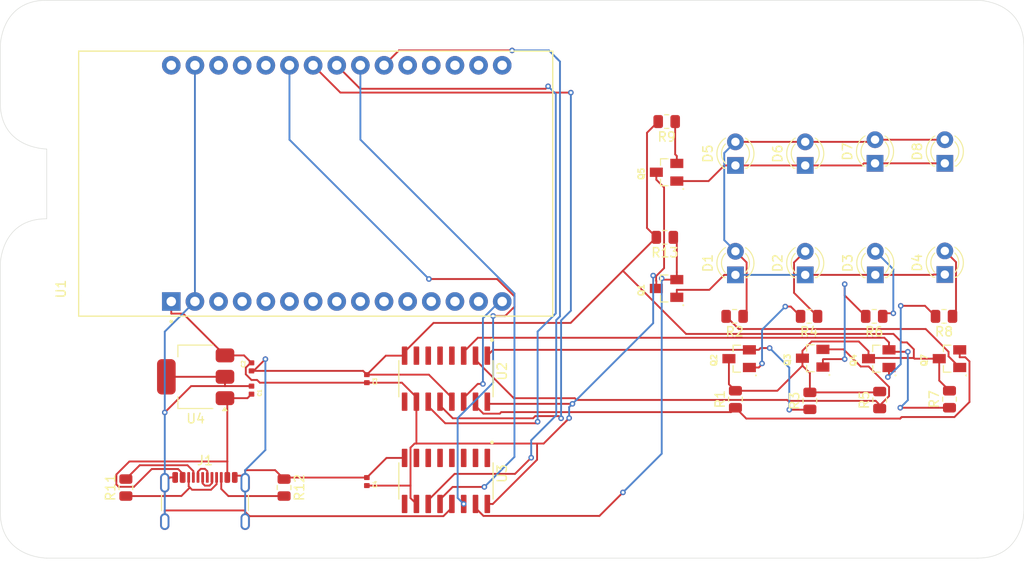
<source format=kicad_pcb>
(kicad_pcb (version 20241229) (generator "pcbnew") (generator_version "9.0")
  (layers (0 "F.Cu" signal) (2 "B.Cu" signal) (13 "F.Paste" user) (15 "B.Paste" user) (5 "F.SilkS" user "F.Silkscreen") (7 "B.SilkS" user "B.Silkscreen") (1 "F.Mask" user) (3 "B.Mask" user) (25 "Edge.Cuts" user))
  (net 0 "")
  (net 1 "+5V")
  (net 2 "GND")
  (net 3 "+3.3V")
  (net 4 "/N1")
  (net 5 "/N2")
  (net 6 "Net-(D2-A)")
  (net 7 "Net-(D3-A)")
  (net 8 "Net-(D4-A)")
  (net 9 "/N3")
  (net 10 "Net-(J1-D--PadA7)")
  (net 11 "Net-(J1-D+-PadA6)")
  (net 12 "Net-(J1-CC1)")
  (net 13 "Net-(J1-CC2)")
  (net 14 "/QA-2")
  (net 15 "/QB-1")
  (net 16 "Net-(Q2-D)")
  (net 17 "/QC-1")
  (net 18 "Net-(Q3-D)")
  (net 19 "Net-(Q4-D)")
  (net 20 "/QD-1")
  (net 21 "/QB-2")
  (net 22 "Net-(Q7-D)")
  (net 23 "/QA-1")
  (net 24 "/DS-2")
  (net 27 "/DS-1")
  (net 29 "/SRCLK-2")
  (net 36 "/RCLK-2")
  (net 37 "/RCLK-1")
  (net 40 "/SRCLK-1")
  (footprint "LED_THT:LED_D3.0mm" (layer "F.Cu") (at 191.5 94.5 90)
    (property "Reference" "D4")
    (property "Value" "LED")
  )
  (footprint "My-Custom-Footprints:SOT95P240X120-3N" (layer "F.Cu") (at 161.6 96 90)
    (property "Reference" "Q1")
    (property "Value" "PMOS")
  )
  (footprint "My-Custom-Footprints:SOT95P240X120-3N" (layer "F.Cu") (at 192 103.55 90)
    (property "Reference" "Q7")
    (property "Value" "PMOS")
  )
  (footprint "Resistor_SMD:R_0805_2012Metric" (layer "F.Cu") (at 191.4125 99 180)
    (property "Reference" "R8")
    (property "Value" "1.818")
  )
  (footprint "Resistor_SMD:R_0805_2012Metric" (layer "F.Cu") (at 177 108.0875 90)
    (property "Reference" "R3")
    (property "Value" "10k")
  )
  (footprint "My-Custom-Footprints:SOIC127P600X175-16N" (layer "F.Cu") (at 137.895 105.7 -90)
    (property "Reference" "U2")
    (property "Value" "74HC595")
  )
  (footprint "Resistor_SMD:R_0805_2012Metric" (layer "F.Cu") (at 168.9125 99 180)
    (property "Reference" "R2")
    (property "Value" "1.818")
  )
  (footprint "Package_TO_SOT_SMD:SOT-223-3_TabPin2" (layer "F.Cu") (at 111 105.5 180)
    (property "Reference" "U4")
    (property "Value" "MCP1703Ax-330xxDB")
  )
  (footprint "My-Custom-Footprints:MODULE_ESP32_DEVKIT_V1" (layer "F.Cu") (at 123.895 84.7 90)
    (property "Reference" "U1")
    (property "Value" "ESP32-DEVKIT-V1")
  )
  (footprint "My-Custom-Footprints:CAPC1005X55N" (layer "F.Cu") (at 129.395 105.7 -90)
    (property "Reference" "C3")
    (property "Value" "CL05A104KA5NNNC")
  )
  (footprint "Resistor_SMD:R_0805_2012Metric" (layer "F.Cu") (at 103.5 117.4125 90)
    (property "Reference" "R11")
    (property "Value" "5.1k")
  )
  (footprint "My-Custom-Footprints:CAPC1005X55N" (layer "F.Cu") (at 129.395 116.768 -90)
    (property "Reference" "C4")
    (property "Value" "CL05A104KA5NNNC")
  )
  (footprint "LED_THT:LED_D3.0mm" (layer "F.Cu") (at 169 94.54 90)
    (property "Reference" "D1")
    (property "Value" "LED")
  )
  (footprint "Connector_USB:USB_C_Receptacle_GCT_USB4105-xx-A_16P_TopMnt_Horizontal" (layer "F.Cu") (at 112 120)
    (property "Reference" "J1")
    (property "Value" "USB_C_Receptacle_USB2.0_16P")
  )
  (footprint "Resistor_SMD:R_0805_2012Metric" (layer "F.Cu") (at 192 107.9125 90)
    (property "Reference" "R7")
    (property "Value" "10k")
  )
  (footprint "Resistor_SMD:R_0805_2012Metric" (layer "F.Cu") (at 120.5 117.4125 -90)
    (property "Reference" "R12")
    (property "Value" "5.1k")
  )
  (footprint "LED_THT:LED_D3.0mm" (layer "F.Cu") (at 176.5 94.54 90)
    (property "Reference" "D2")
    (property "Value" "LED")
  )
  (footprint "Resistor_SMD:R_0805_2012Metric" (layer "F.Cu") (at 176.9125 99 180)
    (property "Reference" "R4")
    (property "Value" "1.818")
  )
  (footprint "Resistor_SMD:R_0805_2012Metric" (layer "F.Cu") (at 161.6125 78.05 180)
    (property "Reference" "R9")
    (property "Value" "10k")
  )
  (footprint "My-Custom-Footprints:SOT95P240X120-3N" (layer "F.Cu") (at 169.4 103.55 90)
    (property "Reference" "Q2")
    (property "Value" "PMOS")
  )
  (footprint "My-Custom-Footprints:CAPC1005X55N" (layer "F.Cu") (at 117 104.432 90)
    (property "Reference" "C2")
    (property "Value" "JMK105BJ105KV-F")
  )
  (footprint "LED_THT:LED_D3.0mm" (layer "F.Cu") (at 184.03 94.54 90)
    (property "Reference" "D3")
    (property "Value" "LED")
  )
  (footprint "Resistor_SMD:R_0805_2012Metric" (layer "F.Cu") (at 169 107.9125 90)
    (property "Reference" "R1")
    (property "Value" "10k")
  )
  (footprint "Resistor_SMD:R_0805_2012Metric" (layer "F.Cu") (at 183.9125 99 180)
    (property "Reference" "R6")
    (property "Value" "1.818")
  )
  (footprint "My-Custom-Footprints:SOT95P240X120-3N" (layer "F.Cu") (at 177.3 103.5 90)
    (property "Reference" "Q3")
    (property "Value" "PMOS")
  )
  (footprint "Resistor_SMD:R_0805_2012Metric" (layer "F.Cu") (at 161.4125 90.5 180)
    (property "Reference" "R13")
    (property "Value" "10k")
  )
  (footprint "My-Custom-Footprints:SOT95P240X120-3N" (layer "F.Cu") (at 161.6 83.5 90)
    (property "Reference" "Q5")
    (property "Value" "PMOS")
  )
  (footprint "LED_THT:LED_D3.0mm" (layer "F.Cu") (at 176.5 82.77 90)
    (property "Reference" "D6")
    (property "Value" "LED")
  )
  (footprint "My-Custom-Footprints:CAPC1005X55N" (layer "F.Cu") (at 117 106.932 -90)
    (property "Reference" "C1")
    (property "Value" "JMK105BJ105KV-F")
  )
  (footprint "My-Custom-Footprints:SOT95P240X120-3N" (layer "F.Cu") (at 184.4 103.55 90)
    (property "Reference" "Q4")
    (property "Value" "PMOS")
  )
  (footprint "LED_THT:LED_D3.0mm" (layer "F.Cu") (at 169 82.77 90)
    (property "Reference" "D5")
    (property "Value" "LED")
  )
  (footprint "Resistor_SMD:R_0805_2012Metric" (layer "F.Cu") (at 184.5 108 90)
    (property "Reference" "R5")
    (property "Value" "10k")
  )
  (footprint "My-Custom-Footprints:SOIC127P600X175-16N" (layer "F.Cu") (at 137.895 116.7 -90)
    (property "Reference" "U3")
    (property "Value" "74HC595")
  )
  (footprint "LED_THT:LED_D3.0mm" (layer "F.Cu") (at 184 82.54 90)
    (property "Reference" "D7")
    (property "Value" "LED")
  )
  (footprint "LED_THT:LED_D3.0mm" (layer "F.Cu") (at 191.5 82.54 90)
    (property "Reference" "D8")
    (property "Value" "LED")
  )
  (gr_curve (pts (xy 200 70) (xy 200 65) (xy 195 65) (xy 195 65)) (stroke (width 0.05)) (layer "Edge.Cuts"))
  (gr_line (start 195 65) (end 95 65) (stroke (width 0.05)) (layer "Edge.Cuts"))
  (gr_line (start 90 70) (end 90 76) (stroke (width 0.05)) (layer "Edge.Cuts"))
  (gr_curve (pts (xy 95 65) (xy 90 65) (xy 90 70) (xy 90 70)) (stroke (width 0.05)) (layer "Edge.Cuts"))
  (gr_line (start 95 125) (end 195 125) (stroke (width 0.05)) (layer "Edge.Cuts"))
  (gr_curve (pts (xy 90 120) (xy 90 125) (xy 95 125) (xy 95 125)) (stroke (width 0.05)) (layer "Edge.Cuts"))
  (gr_curve (pts (xy 95 88.5) (xy 90 88.5) (xy 90 93.5) (xy 90 93.5)) (stroke (width 0.05)) (layer "Edge.Cuts"))
  (gr_line (start 90 93.5) (end 90 120) (stroke (width 0.05)) (layer "Edge.Cuts"))
  (gr_line (start 95 81) (end 95 88.5) (stroke (width 0.05)) (layer "Edge.Cuts"))
  (gr_curve (pts (xy 90 76) (xy 90 81) (xy 95 81) (xy 95 81)) (stroke (width 0.05)) (layer "Edge.Cuts"))
  (gr_curve (pts (xy 195 125) (xy 200 125) (xy 200 120) (xy 200 120)) (stroke (width 0.05)) (layer "Edge.Cuts"))
  (gr_line (start 200 120) (end 200 70) (stroke (width 0.05)) (layer "Edge.Cuts"))
  (segment (start 114.4 107.8) (end 114.4 114.6049) (width 0.2) (layer "F.Cu") (net 1))
  (segment (start 114.4 107.8) (end 114.15 107.8) (width 0.2) (layer "F.Cu") (net 1))
  (segment (start 114.4 114.6049) (end 114.4 116.32) (width 0.2) (layer "F.Cu") (net 1))
  (segment (start 104.3737 117.3287) (end 106.2862 115.4162) (width 0.2) (layer "F.Cu") (net 1))
  (segment (start 109.1109 115.4162) (end 109.6 115.9053) (width 0.2) (layer "F.Cu") (net 1))
  (segment (start 114.4 114.6049) (end 103.8805 114.6049) (width 0.2) (layer "F.Cu") (net 1))
  (segment (start 102.7323 117.3287) (end 104.3737 117.3287) (width 0.2) (layer "F.Cu") (net 1))
  (segment (start 116.564 107.8) (end 114.4 107.8) (width 0.2) (layer "F.Cu") (net 1))
  (segment (start 103.8805 114.6049) (end 102.4809 116.0045) (width 0.2) (layer "F.Cu") (net 1))
  (segment (start 117 107.364) (end 116.564 107.8) (width 0.2) (layer "F.Cu") (net 1))
  (segment (start 109.6 115.9053) (end 109.6 116.32) (width 0.2) (layer "F.Cu") (net 1))
  (segment (start 106.2862 115.4162) (end 109.1109 115.4162) (width 0.2) (layer "F.Cu") (net 1))
  (segment (start 102.4809 117.0773) (end 102.7323 117.3287) (width 0.2) (layer "F.Cu") (net 1))
  (segment (start 102.4809 116.0045) (end 102.4809 117.0773) (width 0.2) (layer "F.Cu") (net 1))
  (segment (start 116.7817 120.4888) (end 116.32 120.0271) (width 0.2) (layer "F.Cu") (net 2))
  (segment (start 117.2279 104.864) (end 117.2001 104.864) (width 0.2) (layer "F.Cu") (net 2))
  (segment (start 138.53 119.5781) (end 137.6193 120.4888) (width 0.2) (layer "F.Cu") (net 2))
  (segment (start 103.5 118.325) (end 107.6017 118.325) (width 0.2) (layer "F.Cu") (net 2))
  (segment (start 177 105.1017) (end 176.2 104.3017) (width 0.2) (layer "F.Cu") (net 2))
  (segment (start 183.3749 103.4751) (end 188.1686 103.4751) (width 0.2) (layer "F.Cu") (net 2))
  (segment (start 133.45 103.225) (end 131.438 103.225) (width 0.2) (layer "F.Cu") (net 2))
  (segment (start 138.53 107.7433) (end 138.53 108.175) (width 0.2) (layer "F.Cu") (net 2))
  (segment (start 116.32 116.895) (end 116.32 116.1316) (width 0.2) (layer "F.Cu") (net 2))
  (segment (start 117 104.864) (end 117.2001 104.864) (width 0.2) (layer "F.Cu") (net 2))
  (segment (start 163.6971 100.8892) (end 156.904 94.096) (width 0.2) (layer "F.Cu") (net 2))
  (segment (start 116.32 120.0271) (end 116.32 119.8733) (width 0.2) (layer "F.Cu") (net 2))
  (segment (start 183.3 103.4002) (end 183.3749 103.4751) (width 0.2) (layer "F.Cu") (net 2))
  (segment (start 159.4983 89.4983) (end 159.4983 79.2517) (width 0.2) (layer "F.Cu") (net 2))
  (segment (start 190.9 103.55) (end 190.9 105.9) (width 0.2) (layer "F.Cu") (net 2))
  (segment (start 128.991 104.864) (end 129.395 105.268) (width 0.2) (layer "F.Cu") (net 2))
  (segment (start 176.2 104.3017) (end 173.5017 107) (width 0.2) (layer "F.Cu") (net 2))
  (segment (start 176.2 103.5) (end 176.2 104.3017) (width 0.2) (layer "F.Cu") (net 2))
  (segment (start 182.2555 101.7038) (end 183.3 102.7483) (width 0.2) (layer "F.Cu") (net 2))
  (segment (start 185.9807 100.8892) (end 163.6971 100.8892) (width 0.2) (layer "F.Cu") (net 2))
  (segment (start 188.1686 103.4751) (end 188.1686 102.5413) (width 0.2) (layer "F.Cu") (net 2))
  (segment (start 186.8904 101.7989) (end 185.9807 100.8892) (width 0.2) (layer "F.Cu") (net 2))
  (segment (start 120.664 116.336) (end 120.5 116.5) (width 0.2) (layer "F.Cu") (net 2))
  (segment (start 129.395 116.336) (end 120.664 116.336) (width 0.2) (layer "F.Cu") (net 2))
  (segment (start 190.9 103.55) (end 188.2435 103.55) (width 0.2) (layer "F.Cu") (net 2))
  (segment (start 112.6516 117.6481) (end 110.6157 117.6481) (width 0.2) (layer "F.Cu") (net 2))
  (segment (start 118.4922 103.5997) (end 117.2279 104.864) (width 0.2) (layer "F.Cu") (net 2))
  (segment (start 131.506 114.225) (end 129.395 116.336) (width 0.2) (layer "F.Cu") (net 2))
  (segment (start 190.9 105.9) (end 192 107) (width 0.2) (layer "F.Cu") (net 2))
  (segment (start 151.2941 99.7059) (end 136.5575 99.7059) (width 0.2) (layer "F.Cu") (net 2))
  (segment (start 177.1945 101.7038) (end 182.2555 101.7038) (width 0.2) (layer "F.Cu") (net 2))
  (segment (start 187.4262 101.7989) (end 186.8904 101.7989) (width 0.2) (layer "F.Cu") (net 2))
  (segment (start 188.1686 102.5413) (end 187.4262 101.7989) (width 0.2) (layer "F.Cu") (net 2))
  (segment (start 183.3 103.4002) (end 183.3 102.7483) (width 0.2) (layer "F.Cu") (net 2))
  (segment (start 114.15 106.5) (end 114.15 105.5) (width 0.2) (layer "F.Cu") (net 2))
  (segment (start 110.3748 117.4072) (end 109.4666 118.3154) (width 0.2) (layer "F.Cu") (net 2))
  (segment (start 107.85 105.5) (end 114.15 105.5) (width 0.2) (layer "F.Cu") (net 2))
  (segment (start 107.68 119.8733) (end 116.32 119.8733) (width 0.2) (layer "F.Cu") (net 2))
  (segment (start 177 107.175) (end 177 105.1017) (width 0.2) (layer "F.Cu") (net 2))
  (segment (start 110.3748 117.4072) (end 110.25 117.2824) (width 0.2) (layer "F.Cu") (net 2))
  (segment (start 188.2435 103.55) (end 188.1686 103.4751) (width 0.2) (layer "F.Cu") (net 2))
  (segment (start 173.5017 107) (end 169 107) (width 0.2) (layer "F.Cu") (net 2))
  (segment (start 119.5433 115.5433) (end 120.5 116.5) (width 0.2) (layer "F.Cu") (net 2))
  (segment (start 116.32 115.5433) (end 119.5433 115.5433) (width 0.2) (layer "F.Cu") (net 2))
  (segment (start 156.904 94.096) (end 151.2941 99.7059) (width 0.2) (layer "F.Cu") (net 2))
  (segment (start 160.5 90.5) (end 159.4983 89.4983) (width 0.2) (layer "F.Cu") (net 2))
  (segment (start 108.255 116.32) (end 107.68 116.895) (width 0.2) (layer "F.Cu") (net 2))
  (segment (start 176.2 102.6983) (end 177.1945 101.7038) (width 0.2) (layer "F.Cu") (net 2))
  (segment (start 107.6017 118.325) (end 107.68 118.2467) (width 0.2) (layer "F.Cu") (net 2))
  (segment (start 159.4983 79.2517) (end 160.7 78.05) (width 0.2) (layer "F.Cu") (net 2))
  (segment (start 133.45 114.225) (end 131.506 114.225) (width 0.2) (layer "F.Cu") (net 2))
  (segment (start 169 107) (end 168.3 106.3) (width 0.2) (layer "F.Cu") (net 2))
  (segment (start 131.438 103.225) (end 129.395 105.268) (width 0.2) (layer "F.Cu") (net 2))
  (segment (start 136.5575 99.7059) (end 133.45 102.8134) (width 0.2) (layer "F.Cu") (net 2))
  (segment (start 129.395 105.268) (end 136.0547 105.268) (width 0.2) (layer "F.Cu") (net 2))
  (segment (start 184.4125 107.175) (end 177 107.175) (width 0.2) (layer "F.Cu") (net 2))
  (segment (start 116.32 121.075) (end 116.32 120.0271) (width 0.2) (layer "F.Cu") (net 2))
  (segment (start 137.6193 120.4888) (end 116.7817 120.4888) (width 0.2) (layer "F.Cu") (net 2))
  (segment (start 115.3884 116.1316) (end 115.2 116.32) (width 0.2) (layer "F.Cu") (net 2))
  (segment (start 110.25 117.2824) (end 110.25 116.32) (width 0.2) (layer "F.Cu") (net 2))
  (segment (start 160.5 90.5) (end 156.904 94.096) (width 0.2) (layer "F.Cu") (net 2))
  (segment (start 116.32 116.1316) (end 116.32 115.5433) (width 0.2) (layer "F.Cu") (net 2))
  (segment (start 133.45 102.8134) (end 133.45 103.225) (width 0.2) (layer "F.Cu") (net 2))
  (segment (start 114.15 106.5) (end 110.5131 106.5) (width 0.2) (layer "F.Cu") (net 2))
  (segment (start 117.2001 104.864) (end 128.991 104.864) (width 0.2) (layer "F.Cu") (net 2))
  (segment (start 113.25 117.0497) (end 112.6516 117.6481) (width 0.2) (layer "F.Cu") (net 2))
  (segment (start 176.2 103.5) (end 176.2 102.6983) (width 0.2) (layer "F.Cu") (net 2))
  (segment (start 138.53 119.175) (end 138.53 119.5781) (width 0.2) (layer "F.Cu") (net 2))
  (segment (start 107.68 121.075) (end 107.68 119.8733) (width 0.2) (layer "F.Cu") (net 2))
  (segment (start 110.6157 117.6481) (end 110.3748 117.4072) (width 0.2) (layer "F.Cu") (net 2))
  (segment (start 184.5 107.0875) (end 184.4125 107.175) (width 0.2) (layer "F.Cu") (net 2))
  (segment (start 110.5131 106.5) (end 107.68 109.3331) (width 0.2) (layer "F.Cu") (net 2))
  (segment (start 168.3 106.3) (end 168.3 103.55) (width 0.2) (layer "F.Cu") (net 2))
  (segment (start 183.3 103.55) (end 183.3 103.4002) (width 0.2) (layer "F.Cu") (net 2))
  (segment (start 108.8 116.32) (end 108.255 116.32) (width 0.2) (layer "F.Cu") (net 2))
  (segment (start 116.32 116.1316) (end 115.3884 116.1316) (width 0.2) (layer "F.Cu") (net 2))
  (segment (start 107.7487 118.3154) (end 107.68 118.2467) (width 0.2) (layer "F.Cu") (net 2))
  (segment (start 113.25 116.32) (end 113.25 117.0497) (width 0.2) (layer "F.Cu") (net 2))
  (segment (start 117 106.5) (end 114.15 106.5) (width 0.2) (layer "F.Cu") (net 2))
  (segment (start 136.0547 105.268) (end 138.53 107.7433) (width 0.2) (layer "F.Cu") (net 2))
  (segment (start 109.4666 118.3154) (end 107.7487 118.3154) (width 0.2) (layer "F.Cu") (net 2))
  (segment (start 107.68 116.895) (end 107.68 118.2467) (width 0.2) (layer "F.Cu") (net 2))
  (via (at 118.4922 103.5997) (size 0.6) (drill 0.3) (layers "F.Cu" "B.Cu") (net 2))
  (via (at 107.68 109.3331) (size 0.6) (drill 0.3) (layers "F.Cu" "B.Cu") (net 2))
  (segment (start 107.68 100.64) (end 107.68 109.3331) (width 0.2) (layer "B.Cu") (net 2))
  (segment (start 110.92 72) (end 110.92 97.4) (width 0.2) (layer "B.Cu") (net 2))
  (segment (start 110.92 97.4) (end 107.68 100.64) (width 0.2) (layer "B.Cu") (net 2))
  (segment (start 107.68 109.3331) (end 107.68 116.895) (width 0.2) (layer "B.Cu") (net 2))
  (segment (start 107.68 116.895) (end 107.68 121.075) (width 0.2) (layer "B.Cu") (net 2))
  (segment (start 116.32 115.5433) (end 118.4922 113.3711) (width 0.2) (layer "B.Cu") (net 2))
  (segment (start 116.32 121.075) (end 116.32 116.895) (width 0.2) (layer "B.Cu") (net 2))
  (segment (start 116.32 116.895) (end 116.32 115.5433) (width 0.2) (layer "B.Cu") (net 2))
  (segment (start 118.4922 113.3711) (end 118.4922 103.5997) (width 0.2) (layer "B.Cu") (net 2))
  (segment (start 150.5156 110.5669) (end 150.8681 110.2144) (width 0.2) (layer "F.Cu") (net 3))
  (segment (start 160.2244 94.6707) (end 160.1621 94.6084) (width 0.2) (layer "F.Cu") (net 3))
  (segment (start 134.085 118.54) (end 134.72 119.175) (width 0.2) (layer "F.Cu") (net 3))
  (segment (start 134.085 113.1168) (end 134.524 112.6778) (width 0.2) (layer "F.Cu") (net 3))
  (segment (start 148.3931 112.6778) (end 150.504 110.5669) (width 0.2) (layer "F.Cu") (net 3))
  (segment (start 151.4852 108.4068) (end 142.5718 108.4068) (width 0.2) (layer "F.Cu") (net 3))
  (segment (start 147.6862 112.6778) (end 148.3931 112.6778) (width 0.2) (layer "F.Cu") (net 3))
  (segment (start 151.1334 109.9375) (end 150.8681 110.2028) (width 0.2) (layer "F.Cu") (net 3))
  (segment (start 116.3866 104.5199) (end 116.3866 105.2323) (width 0.2) (layer "F.Cu") (net 3))
  (segment (start 116.9065 104) (end 116.3866 104.5199) (width 0.2) (layer "F.Cu") (net 3))
  (segment (start 109.6517 98.7017) (end 114.15 103.2) (width 0.2) (layer "F.Cu") (net 3))
  (segment (start 117.894 106.132) (end 129.395 106.132) (width 0.2) (layer "F.Cu") (net 3))
  (segment (start 160.5 83.5) (end 160.5 84.3017) (width 0.2) (layer "F.Cu") (net 3))
  (segment (start 142.9307 119.175) (end 147.6862 114.4195) (width 0.2) (layer "F.Cu") (net 3))
  (segment (start 134.72 112.6778) (end 147.6862 112.6778) (width 0.2) (layer "F.Cu") (net 3))
  (segment (start 117 104) (end 116.2 103.2) (width 0.2) (layer "F.Cu") (net 3))
  (segment (start 116.9928 105.8385) (end 117.6005 105.8385) (width 0.2) (layer "F.Cu") (net 3))
  (segment (start 129.395 106.132) (end 133.1555 106.132) (width 0.2) (layer "F.Cu") (net 3))
  (segment (start 160.5 96) (end 160.5 95.1983) (width 0.2) (layer "F.Cu") (net 3))
  (segment (start 134.524 112.6778) (end 134.72 112.6778) (width 0.2) (layer "F.Cu") (net 3))
  (segment (start 134.085 117.2) (end 134.085 113.1168) (width 0.2) (layer "F.Cu") (net 3))
  (segment (start 134.72 107.6965) (end 134.72 108.175) (width 0.2) (layer "F.Cu") (net 3))
  (segment (start 160.4763 94.6707) (end 161.3328 93.8142) (width 0.2) (layer "F.Cu") (net 3))
  (segment (start 150.8681 110.2028) (end 151.1334 109.9375) (width 0.2) (layer "F.Cu") (net 3))
  (segment (start 129.395 117.2) (end 134.085 117.2) (width 0.2) (layer "F.Cu") (net 3))
  (segment (start 108.38 98.7017) (end 109.6517 98.7017) (width 0.2) (layer "F.Cu") (net 3))
  (segment (start 134.085 117.2) (end 134.085 118.54) (width 0.2) (layer "F.Cu") (net 3))
  (segment (start 134.72 112.6778) (end 134.72 108.175) (width 0.2) (layer "F.Cu") (net 3))
  (segment (start 116.2 103.2) (end 114.15 103.2) (width 0.2) (layer "F.Cu") (net 3))
  (segment (start 161.3328 85.1345) (end 160.5 84.3017) (width 0.2) (layer "F.Cu") (net 3))
  (segment (start 150.504 110.5669) (end 150.5156 110.5669) (width 0.2) (layer "F.Cu") (net 3))
  (segment (start 133.1555 106.132) (end 134.72 107.6965) (width 0.2) (layer "F.Cu") (net 3))
  (segment (start 116.3866 105.2323) (end 116.9928 105.8385) (width 0.2) (layer "F.Cu") (net 3))
  (segment (start 160.4763 94.6707) (end 160.2244 94.6707) (width 0.2) (layer "F.Cu") (net 3))
  (segment (start 160.5 95.1983) (end 160.4763 95.1746) (width 0.2) (layer "F.Cu") (net 3))
  (segment (start 117 104) (end 116.9065 104) (width 0.2) (layer "F.Cu") (net 3))
  (segment (start 160.4763 95.1746) (end 160.4763 94.6707) (width 0.2) (layer "F.Cu") (net 3))
  (segment (start 117.6005 105.8385) (end 117.894 106.132) (width 0.2) (layer "F.Cu") (net 3))
  (segment (start 161.3328 93.8142) (end 161.3328 85.1345) (width 0.2) (layer "F.Cu") (net 3))
  (segment (start 150.8681 110.2028) (end 151.1334 109.9375) (width 0.2) (layer "F.Cu") (net 3))
  (segment (start 142.34 119.175) (end 142.9307 119.175) (width 0.2) (layer "F.Cu") (net 3))
  (segment (start 108.38 97.4) (end 108.38 98.7017) (width 0.2) (layer "F.Cu") (net 3))
  (segment (start 147.6862 114.4195) (end 147.6862 112.6778) (width 0.2) (layer "F.Cu") (net 3))
  (segment (start 142.5718 108.4068) (end 142.34 108.175) (width 0.2) (layer "F.Cu") (net 3))
  (segment (start 150.8681 110.2144) (end 150.8681 110.2028) (width 0.2) (layer "F.Cu") (net 3))
  (via (at 160.1621 94.6084) (size 0.6) (drill 0.3) (layers "F.Cu" "B.Cu") (net 3))
  (via (at 151.4852 108.4068) (size 0.6) (drill 0.3) (layers "F.Cu" "B.Cu") (net 3))
  (via (at 151.1334 109.9375) (size 0.6) (drill 0.3) (layers "F.Cu" "B.Cu") (net 3))
  (segment (start 160.1621 94.6084) (end 160.1621 99.7299) (width 0.2) (layer "B.Cu") (net 3))
  (segment (start 151.1334 108.7586) (end 151.1334 109.9375) (width 0.2) (layer "B.Cu") (net 3))
  (segment (start 151.4852 108.4068) (end 151.1334 108.7586) (width 0.2) (layer "B.Cu") (net 3))
  (segment (start 160.1621 99.7299) (end 151.4852 108.4068) (width 0.2) (layer "B.Cu") (net 3))
  (segment (start 167.7983 94.54) (end 166.19 96.1483) (width 0.2) (layer "F.Cu") (net 4))
  (segment (start 184.03 94.54) (end 176.5 94.54) (width 0.2) (layer "F.Cu") (net 4))
  (segment (start 166.19 96.1483) (end 162.7 96.1483) (width 0.2) (layer "F.Cu") (net 4))
  (segment (start 169 94.54) (end 167.7983 94.54) (width 0.2) (layer "F.Cu") (net 4))
  (segment (start 162.7 96.95) (end 162.7 96.1483) (width 0.2) (layer "F.Cu") (net 4))
  (segment (start 190.2583 94.54) (end 184.03 94.54) (width 0.2) (layer "F.Cu") (net 4))
  (segment (start 191.5 94.5) (end 190.2983 94.5) (width 0.2) (layer "F.Cu") (net 4))
  (segment (start 190.2983 94.5) (end 190.2583 94.54) (width 0.2) (layer "F.Cu") (net 4))
  (segment (start 176.5 94.54) (end 169 94.54) (width 0.2) (layer "B.Cu") (net 4))
  (segment (start 183.77 80.23) (end 184 80) (width 0.2) (layer "F.Cu") (net 5))
  (segment (start 176.5 80.23) (end 183.77 80.23) (width 0.2) (layer "F.Cu") (net 5))
  (segment (start 176.5 80.23) (end 169 80.23) (width 0.2) (layer "F.Cu") (net 5))
  (segment (start 184 80) (end 191.5 80) (width 0.2) (layer "F.Cu") (net 5))
  (segment (start 170.2017 98.6233) (end 170.2017 93.2017) (width 0.2) (layer "F.Cu") (net 5))
  (segment (start 169.825 99) (end 170.2017 98.6233) (width 0.2) (layer "F.Cu") (net 5))
  (segment (start 170.2017 93.2017) (end 169 92) (width 0.2) (layer "F.Cu") (net 5))
  (segment (start 169 92) (end 167.7983 90.7983) (width 0.2) (layer "B.Cu") (net 5))
  (segment (start 167.7983 90.7983) (end 167.7983 81.4317) (width 0.2) (layer "B.Cu") (net 5))
  (segment (start 167.7983 81.4317) (end 169 80.23) (width 0.2) (layer "B.Cu") (net 5))
  (segment (start 175.2983 96.4733) (end 175.2983 93.2017) (width 0.2) (layer "F.Cu") (net 6))
  (segment (start 175.2983 93.2017) (end 176.5 92) (width 0.2) (layer "F.Cu") (net 6))
  (segment (start 177.825 99) (end 175.2983 96.4733) (width 0.2) (layer "F.Cu") (net 6))
  (segment (start 185.9666 98.6671) (end 185.1579 98.6671) (width 0.2) (layer "F.Cu") (net 7))
  (segment (start 185.1579 98.6671) (end 184.825 99) (width 0.2) (layer "F.Cu") (net 7))
  (via (at 185.9666 98.6671) (size 0.6) (drill 0.3) (layers "F.Cu" "B.Cu") (net 7))
  (segment (start 184.03 92) (end 185.9666 93.9366) (width 0.2) (layer "B.Cu") (net 7))
  (segment (start 185.9666 93.9366) (end 185.9666 98.6671) (width 0.2) (layer "B.Cu") (net 7))
  (segment (start 192.7017 98.6233) (end 192.325 99) (width 0.2) (layer "F.Cu") (net 8))
  (segment (start 191.5 91.96) (end 192.7017 93.1617) (width 0.2) (layer "F.Cu") (net 8))
  (segment (start 192.7017 93.1617) (end 192.7017 98.6233) (width 0.2) (layer "F.Cu") (net 8))
  (segment (start 169 82.77) (end 167.7983 82.77) (width 0.2) (layer "F.Cu") (net 9))
  (segment (start 166.1183 84.45) (end 167.7983 82.77) (width 0.2) (layer "F.Cu") (net 9))
  (segment (start 184 82.54) (end 182.7983 82.54) (width 0.2) (layer "F.Cu") (net 9))
  (segment (start 169 82.77) (end 176.5 82.77) (width 0.2) (layer "F.Cu") (net 9))
  (segment (start 182.5683 82.77) (end 182.7983 82.54) (width 0.2) (layer "F.Cu") (net 9))
  (segment (start 176.5 82.77) (end 182.5683 82.77) (width 0.2) (layer "F.Cu") (net 9))
  (segment (start 162.7 84.45) (end 166.1183 84.45) (width 0.2) (layer "F.Cu") (net 9))
  (segment (start 191.5 82.54) (end 184 82.54) (width 0.2) (layer "F.Cu") (net 9))
  (segment (start 112.25 116.32) (end 112.25 115.6515) (width 0.2) (layer "F.Cu") (net 10))
  (segment (start 111.5478 115.4004) (end 111.25 115.6982) (width 0.2) (layer "F.Cu") (net 10))
  (segment (start 112.25 115.6515) (end 111.9989 115.4004) (width 0.2) (layer "F.Cu") (net 10))
  (segment (start 111.9989 115.4004) (end 111.5478 115.4004) (width 0.2) (layer "F.Cu") (net 10))
  (segment (start 111.25 115.6982) (end 111.25 116.32) (width 0.2) (layer "F.Cu") (net 10))
  (segment (start 111.9873 117.2025) (end 111.75 116.9652) (width 0.2) (layer "F.Cu") (net 11))
  (segment (start 112.75 116.32) (end 112.75 116.9379) (width 0.2) (layer "F.Cu") (net 11))
  (segment (start 111.75 116.9652) (end 111.75 116.32) (width 0.2) (layer "F.Cu") (net 11))
  (segment (start 112.4854 117.2025) (end 111.9873 117.2025) (width 0.2) (layer "F.Cu") (net 11))
  (segment (start 112.75 116.9379) (end 112.4854 117.2025) (width 0.2) (layer "F.Cu") (net 11))
  (segment (start 110.75 116.32) (end 110.75 115.6421) (width 0.2) (layer "F.Cu") (net 12))
  (segment (start 104.9855 115.0145) (end 103.5 116.5) (width 0.2) (layer "F.Cu") (net 12))
  (segment (start 110.1224 115.0145) (end 104.9855 115.0145) (width 0.2) (layer "F.Cu") (net 12))
  (segment (start 110.75 115.6421) (end 110.1224 115.0145) (width 0.2) (layer "F.Cu") (net 12))
  (segment (start 114.5159 118.325) (end 113.75 117.5591) (width 0.2) (layer "F.Cu") (net 13))
  (segment (start 113.75 117.5591) (end 113.75 116.32) (width 0.2) (layer "F.Cu") (net 13))
  (segment (start 120.5 118.325) (end 114.5159 118.325) (width 0.2) (layer "F.Cu") (net 13))
  (segment (start 162.7 90.875) (end 162.7 94.2483) (width 0.2) (layer "F.Cu") (net 14))
  (segment (start 141.07 119.175) (end 141.07 119.604) (width 0.2) (layer "F.Cu") (net 14))
  (segment (start 141.07 119.604) (end 141.928 120.462) (width 0.2) (layer "F.Cu") (net 14))
  (segment (start 162.7 95.05) (end 162.7 94.2483) (width 0.2) (layer "F.Cu") (net 14))
  (segment (start 162.325 90.5) (end 162.7 90.875) (width 0.2) (layer "F.Cu") (net 14))
  (segment (start 141.928 120.462) (end 154.3852 120.462) (width 0.2) (layer "F.Cu") (net 14))
  (segment (start 154.3852 120.462) (end 156.914 117.9332) (width 0.2) (layer "F.Cu") (net 14))
  (segment (start 161.0792 94.921) (end 161.2082 95.05) (width 0.2) (layer "F.Cu") (net 14))
  (segment (start 161.2082 95.05) (end 162.7 95.05) (width 0.2) (layer "F.Cu") (net 14))
  (via (at 156.914 117.9332) (size 0.6) (drill 0.3) (layers "F.Cu" "B.Cu") (net 14))
  (via (at 161.0792 94.921) (size 0.6) (drill 0.3) (layers "F.Cu" "B.Cu") (net 14))
  (segment (start 156.914 117.9332) (end 161.0792 113.768) (width 0.2) (layer "B.Cu") (net 14))
  (segment (start 161.0792 113.768) (end 161.0792 94.921) (width 0.2) (layer "B.Cu") (net 14))
  (segment (start 172.6761 102.407) (end 171.6947 102.407) (width 0.2) (layer "F.Cu") (net 15))
  (segment (start 142.34 103.225) (end 142.965 102.6) (width 0.2) (layer "F.Cu") (net 15))
  (segment (start 171.6947 102.407) (end 171.5017 102.6) (width 0.2) (layer "F.Cu") (net 15))
  (segment (start 170.5 102.6) (end 171.5017 102.6) (width 0.2) (layer "F.Cu") (net 15))
  (segment (start 176.9614 109.0386) (end 177 109) (width 0.2) (layer "F.Cu") (net 15))
  (segment (start 142.965 102.6) (end 170.5 102.6) (width 0.2) (layer "F.Cu") (net 15))
  (segment (start 174.7844 109.0386) (end 176.9614 109.0386) (width 0.2) (layer "F.Cu") (net 15))
  (via (at 174.7844 109.0386) (size 0.6) (drill 0.3) (layers "F.Cu" "B.Cu") (net 15))
  (via (at 172.6761 102.407) (size 0.6) (drill 0.3) (layers "F.Cu" "B.Cu") (net 15))
  (segment (start 174.7844 104.5153) (end 174.7844 109.0386) (width 0.2) (layer "B.Cu") (net 15))
  (segment (start 172.6761 102.407) (end 174.7844 104.5153) (width 0.2) (layer "B.Cu") (net 15))
  (segment (start 174.9432 97.9432) (end 176 99) (width 0.2) (layer "F.Cu") (net 16))
  (segment (start 170.5 104.5) (end 171.5017 104.5) (width 0.2) (layer "F.Cu") (net 16))
  (segment (start 171.8591 104.0665) (end 171.8591 104.1426) (width 0.2) (layer "F.Cu") (net 16))
  (segment (start 171.8591 104.1426) (end 171.5017 104.5) (width 0.2) (layer "F.Cu") (net 16))
  (segment (start 174.3548 97.9432) (end 174.9432 97.9432) (width 0.2) (layer "F.Cu") (net 16))
  (via (at 171.8591 104.0665) (size 0.6) (drill 0.3) (layers "F.Cu" "B.Cu") (net 16))
  (via (at 174.3548 97.9432) (size 0.6) (drill 0.3) (layers "F.Cu" "B.Cu") (net 16))
  (segment (start 171.8591 104.0665) (end 171.8591 100.4389) (width 0.2) (layer "B.Cu") (net 16))
  (segment (start 171.8591 100.4389) (end 174.3548 97.9432) (width 0.2) (layer "B.Cu") (net 16))
  (segment (start 184.5715 108.512) (end 185.5075 107.576) (width 0.2) (layer "F.Cu") (net 17))
  (segment (start 174.6548 108.0875) (end 174.556 107.9887) (width 0.2) (layer "F.Cu") (net 17))
  (segment (start 184.5 108.512) (end 184.5715 108.512) (width 0.2) (layer "F.Cu") (net 17))
  (segment (start 141.07 103.6813) (end 141.07 103.225) (width 0.2) (layer "F.Cu") (net 17))
  (segment (start 184.5 108.512) (end 184.0755 108.0875) (width 0.2) (layer "F.Cu") (net 17))
  (segment (start 180.6202 102.55) (end 178.4 102.55) (width 0.2) (layer "F.Cu") (net 17))
  (segment (start 151.9196 107.9887) (end 151.7343 107.8034) (width 0.2) (layer "F.Cu") (net 17))
  (segment (start 182.4613 104.3911) (end 180.6202 102.55) (width 0.2) (layer "F.Cu") (net 17))
  (segment (start 184.5 108.9125) (end 184.5 108.512) (width 0.2) (layer "F.Cu") (net 17))
  (segment (start 184.0755 108.0875) (end 174.6548 108.0875) (width 0.2) (layer "F.Cu") (net 17))
  (segment (start 151.7343 107.8034) (end 145.1921 107.8034) (width 0.2) (layer "F.Cu") (net 17))
  (segment (start 145.1921 107.8034) (end 141.07 103.6813) (width 0.2) (layer "F.Cu") (net 17))
  (segment (start 183.3085 104.3911) (end 182.4613 104.3911) (width 0.2) (layer "F.Cu") (net 17))
  (segment (start 185.5075 107.576) (end 185.5075 106.5901) (width 0.2) (layer "F.Cu") (net 17))
  (segment (start 185.5075 106.5901) (end 183.3085 104.3911) (width 0.2) (layer "F.Cu") (net 17))
  (segment (start 174.556 107.9887) (end 151.9196 107.9887) (width 0.2) (layer "F.Cu") (net 17))
  (segment (start 180.7413 95.5365) (end 180.7412 95.5365) (width 0.2) (layer "F.Cu") (net 18))
  (segment (start 178.4486 103.5997) (end 178.4 103.6483) (width 0.2) (layer "F.Cu") (net 18))
  (segment (start 178.4 104.45) (end 178.4 103.6483) (width 0.2) (layer "F.Cu") (net 18))
  (segment (start 183 99) (end 180.7413 96.7413) (width 0.2) (layer "F.Cu") (net 18))
  (segment (start 180.7413 96.7413) (end 180.7413 95.5365) (width 0.2) (layer "F.Cu") (net 18))
  (segment (start 180.7412 103.5997) (end 178.4486 103.5997) (width 0.2) (layer "F.Cu") (net 18))
  (via (at 180.7412 103.5997) (size 0.6) (drill 0.3) (layers "F.Cu" "B.Cu") (net 18))
  (via (at 180.7412 95.5365) (size 0.6) (drill 0.3) (layers "F.Cu" "B.Cu") (net 18))
  (segment (start 180.7412 95.5365) (end 180.7412 103.5997) (width 0.2) (layer "B.Cu") (net 18))
  (segment (start 186.7629 97.8663) (end 189.3663 97.8663) (width 0.2) (layer "F.Cu") (net 19))
  (segment (start 189.3663 97.8663) (end 190.5 99) (width 0.2) (layer "F.Cu") (net 19))
  (segment (start 185.5 104.5) (end 185.5 105.3017) (width 0.2) (layer "F.Cu") (net 19))
  (segment (start 185.5 105.3017) (end 185.3789 105.4228) (width 0.2) (layer "F.Cu") (net 19))
  (segment (start 185.3789 105.4228) (end 185.3789 105.5308) (width 0.2) (layer "F.Cu") (net 19))
  (via (at 185.3789 105.5308) (size 0.6) (drill 0.3) (layers "F.Cu" "B.Cu") (net 19))
  (via (at 186.7629 97.8663) (size 0.6) (drill 0.3) (layers "F.Cu" "B.Cu") (net 19))
  (segment (start 186.7629 104.1468) (end 185.3789 105.5308) (width 0.2) (layer "B.Cu") (net 19))
  (segment (start 186.7629 97.8663) (end 186.7629 104.1468) (width 0.2) (layer "B.Cu") (net 19))
  (segment (start 186.1091 102.8082) (end 187.5251 102.8082) (width 0.2) (layer "F.Cu") (net 20))
  (segment (start 185.5 102.1991) (end 185.5 101.7983) (width 0.2) (layer "F.Cu") (net 20))
  (segment (start 186.7125 108.8269) (end 191.9981 108.8269) (width 0.2) (layer "F.Cu") (net 20))
  (segment (start 191.9981 108.8269) (end 192 108.825) (width 0.2) (layer "F.Cu") (net 20))
  (segment (start 185.5 102.6) (end 185.5 102.1991) (width 0.2) (layer "F.Cu") (net 20))
  (segment (start 139.8 102.8233) (end 141.3232 101.3001) (width 0.2) (layer "F.Cu") (net 20))
  (segment (start 185.5 102.1991) (end 186.1091 102.8082) (width 0.2) (layer "F.Cu") (net 20))
  (segment (start 185.0018 101.3001) (end 185.5 101.7983) (width 0.2) (layer "F.Cu") (net 20))
  (segment (start 141.3232 101.3001) (end 185.0018 101.3001) (width 0.2) (layer "F.Cu") (net 20))
  (segment (start 139.8 103.225) (end 139.8 102.8233) (width 0.2) (layer "F.Cu") (net 20))
  (via (at 186.7125 108.8269) (size 0.6) (drill 0.3) (layers "F.Cu" "B.Cu") (net 20))
  (via (at 187.5251 102.8082) (size 0.6) (drill 0.3) (layers "F.Cu" "B.Cu") (net 20))
  (segment (start 187.5251 108.0143) (end 186.7125 108.8269) (width 0.2) (layer "B.Cu") (net 20))
  (segment (start 187.5251 102.8082) (end 187.5251 108.0143) (width 0.2) (layer "B.Cu") (net 20))
  (segment (start 162.7 81.7483) (end 162.525 81.5733) (width 0.2) (layer "F.Cu") (net 21))
  (segment (start 162.525 81.5733) (end 162.525 78.05) (width 0.2) (layer "F.Cu") (net 21))
  (segment (start 162.7 82.55) (end 162.7 81.7483) (width 0.2) (layer "F.Cu") (net 21))
  (segment (start 191.9017 103.3017) (end 191.9017 102.8138) (width 0.2) (layer "F.Cu") (net 22))
  (segment (start 191.9017 102.8138) (end 189.4462 100.3583) (width 0.2) (layer "F.Cu") (net 22))
  (segment (start 189.4462 100.3583) (end 169.3583 100.3583) (width 0.2) (layer "F.Cu") (net 22))
  (segment (start 193.1 104.5) (end 191.9017 103.3017) (width 0.2) (layer "F.Cu") (net 22))
  (segment (start 169.3583 100.3583) (end 168 99) (width 0.2) (layer "F.Cu") (net 22))
  (segment (start 186.7019 109.9898) (end 186.8667 109.825) (width 0.2) (layer "F.Cu") (net 23))
  (segment (start 194.1482 108.2125) (end 194.1482 103.8486) (width 0.2) (layer "F.Cu") (net 23))
  (segment (start 169 108.825) (end 170.1648 109.9898) (width 0.2) (layer "F.Cu") (net 23))
  (segment (start 186.7019 109.9898) (end 186.8667 109.825) (width 0.2) (layer "F.Cu") (net 23))
  (segment (start 168.5267 109.2983) (end 143.8354 109.2983) (width 0.2) (layer "F.Cu") (net 23))
  (segment (start 192.5357 109.825) (end 194.1482 108.2125) (width 0.2) (layer "F.Cu") (net 23))
  (segment (start 186.8667 109.825) (end 192.5357 109.825) (width 0.2) (layer "F.Cu") (net 23))
  (segment (start 143.8354 109.2983) (end 143.6706 109.4631) (width 0.2) (layer "F.Cu") (net 23))
  (segment (start 169 108.825) (end 168.5267 109.2983) (width 0.2) (layer "F.Cu") (net 23))
  (segment (start 193.7013 103.4017) (end 193.1 103.4017) (width 0.2) (layer "F.Cu") (net 23))
  (segment (start 194.1482 103.8486) (end 193.7013 103.4017) (width 0.2) (layer "F.Cu") (net 23))
  (segment (start 143.6706 109.4631) (end 141.9163 109.4631) (width 0.2) (layer "F.Cu") (net 23))
  (segment (start 170.1648 109.9898) (end 186.7019 109.9898) (width 0.2) (layer "F.Cu") (net 23))
  (segment (start 193.1 102.6) (end 193.1 103.4017) (width 0.2) (layer "F.Cu") (net 23))
  (segment (start 141.07 108.6168) (end 141.07 108.175) (width 0.2) (layer "F.Cu") (net 23))
  (segment (start 141.9163 109.4631) (end 141.07 108.6168) (width 0.2) (layer "F.Cu") (net 23))
  (segment (start 145.2521 96.8514) (end 145.2521 97.9637) (width 0.2) (layer "F.Cu") (net 24))
  (segment (start 143.3838 94.9831) (end 145.2521 96.8514) (width 0.2) (layer "F.Cu") (net 24))
  (segment (start 144.259 98.9568) (end 142.9607 98.9568) (width 0.2) (layer "F.Cu") (net 24))
  (segment (start 145.2521 97.9637) (end 144.259 98.9568) (width 0.2) (layer "F.Cu") (net 24))
  (segment (start 136.0652 94.9831) (end 143.3838 94.9831) (width 0.2) (layer "F.Cu") (net 24))
  (via (at 142.9607 98.9568) (size 0.6) (drill 0.3) (layers "F.Cu" "B.Cu") (net 24))
  (via (at 136.0652 94.9831) (size 0.6) (drill 0.3) (layers "F.Cu" "B.Cu") (net 24))
  (via (at 139.8 119.175) (size 0.6) (drill 0.3) (layers "F.Cu" "B.Cu") (net 24))
  (segment (start 139.8 119.175) (end 139.1503 118.5253) (width 0.2) (layer "B.Cu") (net 24))
  (segment (start 121.08 72) (end 121.08 79.9979) (width 0.2) (layer "B.Cu") (net 24))
  (segment (start 139.1503 109.9488) (end 142.9607 106.1384) (width 0.2) (layer "B.Cu") (net 24))
  (segment (start 121.08 79.9979) (end 136.0652 94.9831) (width 0.2) (layer "B.Cu") (net 24))
  (segment (start 142.9607 106.1384) (end 142.9607 98.9568) (width 0.2) (layer "B.Cu") (net 24))
  (segment (start 139.1503 118.5253) (end 139.1503 109.9488) (width 0.2) (layer "B.Cu") (net 24))
  (segment (start 141.31 106.2658) (end 139.8 107.7758) (width 0.2) (layer "F.Cu") (net 27))
  (segment (start 141.8676 106.2658) (end 141.31 106.2658) (width 0.2) (layer "F.Cu") (net 27))
  (segment (start 139.8 107.7758) (end 139.8 108.175) (width 0.2) (layer "F.Cu") (net 27))
  (via (at 141.8676 106.2658) (size 0.6) (drill 0.3) (layers "F.Cu" "B.Cu") (net 27))
  (segment (start 143.6667 97.4) (end 141.8676 99.1991) (width 0.2) (layer "B.Cu") (net 27))
  (segment (start 141.8676 99.1991) (end 141.8676 106.2658) (width 0.2) (layer "B.Cu") (net 27))
  (segment (start 143.94 97.4) (end 143.6667 97.4) (width 0.2) (layer "B.Cu") (net 27))
  (segment (start 135.99 119.175) (end 135.99 118.7733) (width 0.2) (layer "F.Cu") (net 29))
  (segment (start 145.3155 115.9393) (end 147.0556 114.1992) (width 0.2) (layer "F.Cu") (net 29))
  (segment (start 138.824 115.9393) (end 145.3155 115.9393) (width 0.2) (layer "F.Cu") (net 29))
  (segment (start 135.99 118.7733) (end 138.824 115.9393) (width 0.2) (layer "F.Cu") (net 29))
  (segment (start 145.0004 70.3993) (end 132.8407 70.3993) (width 0.2) (layer "F.Cu") (net 29))
  (segment (start 132.8407 70.3993) (end 131.24 72) (width 0.2) (layer "F.Cu") (net 29))
  (via (at 145.0004 70.3993) (size 0.6) (drill 0.3) (layers "F.Cu" "B.Cu") (net 29))
  (via (at 147.0556 114.1992) (size 0.6) (drill 0.3) (layers "F.Cu" "B.Cu") (net 29))
  (segment (start 147.0556 114.1992) (end 147.0556 112.3252) (width 0.2) (layer "B.Cu") (net 29))
  (segment (start 149.911 71.3535) (end 149.7447 71.1872) (width 0.2) (layer "B.Cu") (net 29))
  (segment (start 150.1464 98.9965) (end 150.1464 71.5889) (width 0.2) (layer "B.Cu") (net 29))
  (segment (start 150.1464 71.5889) (end 149.911 71.3535) (width 0.2) (layer "B.Cu") (net 29))
  (segment (start 149.7447 99.3982) (end 150.1464 98.9965) (width 0.2) (layer "B.Cu") (net 29))
  (segment (start 148.9568 70.3993) (end 145.0004 70.3993) (width 0.2) (layer "B.Cu") (net 29))
  (segment (start 149.911 71.3535) (end 149.7447 71.1872) (width 0.2) (layer "B.Cu") (net 29))
  (segment (start 147.0556 112.3252) (end 149.7447 109.6361) (width 0.2) (layer "B.Cu") (net 29))
  (segment (start 149.7447 71.1872) (end 148.9568 70.3993) (width 0.2) (layer "B.Cu") (net 29))
  (segment (start 149.7447 109.6361) (end 149.7447 99.3982) (width 0.2) (layer "B.Cu") (net 29))
  (segment (start 138.6147 117.3448) (end 137.26 118.6995) (width 0.2) (layer "F.Cu") (net 36))
  (segment (start 142.022 117.3448) (end 138.6147 117.3448) (width 0.2) (layer "F.Cu") (net 36))
  (segment (start 137.26 118.6995) (end 137.26 119.175) (width 0.2) (layer "F.Cu") (net 36))
  (via (at 142.022 117.3448) (size 0.6) (drill 0.3) (layers "F.Cu" "B.Cu") (net 36))
  (segment (start 128.7 79.9877) (end 145.2551 96.5428) (width 0.2) (layer "B.Cu") (net 36))
  (segment (start 128.7 72) (end 128.7 79.9877) (width 0.2) (layer "B.Cu") (net 36))
  (segment (start 145.2551 96.5428) (end 145.2551 114.1117) (width 0.2) (layer "B.Cu") (net 36))
  (segment (start 145.2551 114.1117) (end 142.022 117.3448) (width 0.2) (layer "B.Cu") (net 36))
  (segment (start 150.2664 109.9652) (end 150.0277 109.7265) (width 0.2) (layer "F.Cu") (net 37))
  (segment (start 147.2579 109.9637) (end 138.6329 109.9637) (width 0.2) (layer "F.Cu") (net 37))
  (segment (start 126.5527 74.9327) (end 123.62 72) (width 0.2) (layer "F.Cu") (net 37))
  (segment (start 147.4951 109.7265) (end 147.2579 109.9637) (width 0.2) (layer "F.Cu") (net 37))
  (segment (start 150.0277 109.7265) (end 147.4951 109.7265) (width 0.2) (layer "F.Cu") (net 37))
  (segment (start 137.26 108.5908) (end 137.26 108.175) (width 0.2) (layer "F.Cu") (net 37))
  (segment (start 138.6329 109.9637) (end 137.26 108.5908) (width 0.2) (layer "F.Cu") (net 37))
  (segment (start 151.317 74.9327) (end 126.5527 74.9327) (width 0.2) (layer "F.Cu") (net 37))
  (via (at 150.2664 109.9652) (size 0.6) (drill 0.3) (layers "F.Cu" "B.Cu") (net 37))
  (via (at 151.317 74.9327) (size 0.6) (drill 0.3) (layers "F.Cu" "B.Cu") (net 37))
  (segment (start 150.2664 99.4445) (end 151.317 98.3939) (width 0.2) (layer "B.Cu") (net 37))
  (segment (start 150.2664 109.9652) (end 150.2664 99.4445) (width 0.2) (layer "B.Cu") (net 37))
  (segment (start 151.317 98.3939) (end 151.317 74.9327) (width 0.2) (layer "B.Cu") (net 37))
  (segment (start 135.99 108.6683) (end 135.99 108.175) (width 0.2) (layer "F.Cu") (net 40))
  (segment (start 148.6059 74.5217) (end 148.8715 74.2561) (width 0.2) (layer "F.Cu") (net 40))
  (segment (start 126.16 72) (end 128.6817 74.5217) (width 0.2) (layer "F.Cu") (net 40))
  (segment (start 147.7442 110.3282) (end 147.5724 110.5) (width 0.2) (layer "F.Cu") (net 40))
  (segment (start 147.5724 110.5) (end 137.8217 110.5) (width 0.2) (layer "F.Cu") (net 40))
  (segment (start 137.8217 110.5) (end 135.99 108.6683) (width 0.2) (layer "F.Cu") (net 40))
  (segment (start 128.6817 74.5217) (end 148.6059 74.5217) (width 0.2) (layer "F.Cu") (net 40))
  (via (at 148.8715 74.2561) (size 0.6) (drill 0.3) (layers "F.Cu" "B.Cu") (net 40))
  (via (at 147.7442 110.3282) (size 0.6) (drill 0.3) (layers "F.Cu" "B.Cu") (net 40))
  (segment (start 147.7442 100.6305) (end 147.7442 110.3282) (width 0.2) (layer "B.Cu") (net 40))
  (segment (start 149.6947 75.0793) (end 149.6947 98.68) (width 0.2) (layer "B.Cu") (net 40))
  (segment (start 149.6947 98.68) (end 147.7442 100.6305) (width 0.2) (layer "B.Cu") (net 40))
  (segment (start 148.8715 74.2561) (end 149.6947 75.0793) (width 0.2) (layer "B.Cu") (net 40))
)
</source>
